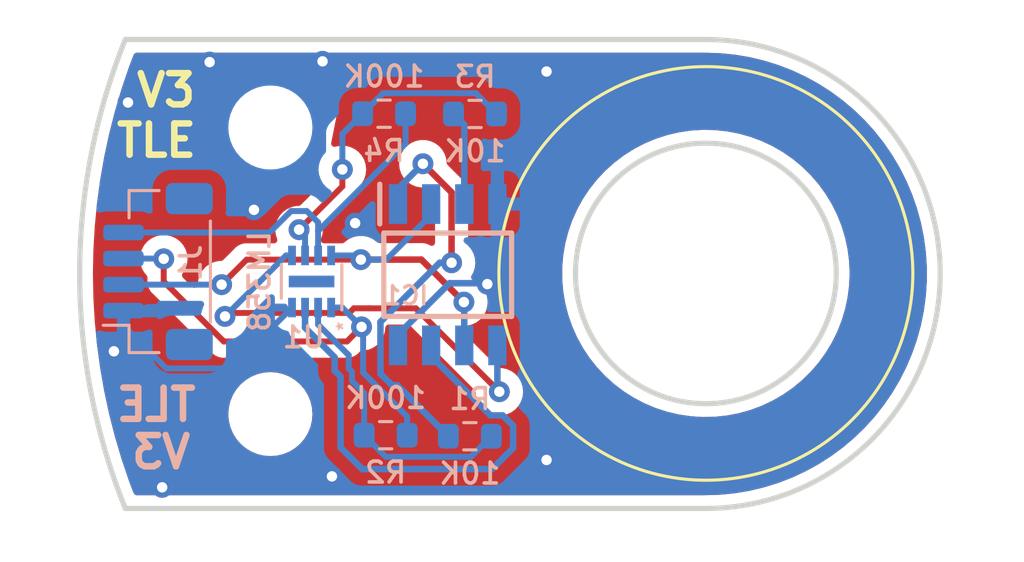
<source format=kicad_pcb>
(kicad_pcb (version 20211014) (generator pcbnew)
  (layers (0 "F.Cu" signal) (31 "B.Cu" signal) (34 "B.Paste" user) (35 "F.Paste" user) (36 "B.SilkS" user "B.Silkscreen") (37 "F.SilkS" user "F.Silkscreen") (38 "B.Mask" user) (39 "F.Mask" user) (44 "Edge.Cuts" user))
  (net 0 "")
  (net 1 "+3V3")
  (net 2 "GND")
  (net 3 "SourceSignal1")
  (net 4 "AnalogSignal1")
  (net 5 "SourceSignal2")
  (net 6 "AnalogSignal2")
  (net 7 "LM358_InM1")
  (net 8 "LM358_InM2")
  (net 9 "LM358_InP1")
  (net 10 "LM358_InP2")
  (footprint "MountingHole:MountingHole_2.2mm_M2" (layer "F.Cu") (at 96.5 84.5)
    (fp_text reference "H2")
    (fp_text value "MountingHole")
    (pad "" np_thru_hole circle locked (at 0 0) (size 2.2 2.2) (drill 2.2) (layers *.Cu *.Mask))
  )
  (footprint "MountingHole:MountingHole_2.2mm_M2" (layer "F.Cu") (at 96.5 73.5)
    (fp_text reference "H1")
    (fp_text value "MountingHole")
    (pad "" np_thru_hole circle locked (at 0 0) (size 2.2 2.2) (drill 2.2) (layers *.Cu *.Mask))
  )
  (footprint "Resistor_SMD:R_0603_1608Metric" (layer "B.Cu") (at 100.86 72.97)
    (fp_text reference "R4" (at 0 1.43) (layer "B.SilkS") (effects (font (size 0.8 0.8) (thickness 0.14)) (justify mirror)))
    (fp_text value "100K" (at 0 -1.43) (layer "B.SilkS") (effects (font (size 0.8 0.8) (thickness 0.14)) (justify mirror)))
    (fp_line (start -0.237258 -0.5225) (end 0.237258 -0.5225) (layer "B.SilkS") (width 0.12))
    (fp_line (start -0.237258 0.5225) (end 0.237258 0.5225) (layer "B.SilkS") (width 0.12))
    (pad "1" smd roundrect locked (at -0.825 0) (size 0.8 0.95) (layers "B.Cu" "B.Paste" "B.Mask") (net 8 "LM358_InM2"))
    (pad "2" smd roundrect locked (at 0.825 0) (size 0.8 0.95) (layers "B.Cu" "B.Paste" "B.Mask") (net 6 "AnalogSignal2"))
  )
  (footprint "Resistor_SMD:R_0603_1608Metric" (layer "B.Cu") (at 104.15 85.35 180)
    (fp_text reference "R1" (at 0 1.43) (layer "B.SilkS") (effects (font (size 0.8 0.8) (thickness 0.14)) (justify mirror)))
    (fp_text value "10K" (at 0 -1.43) (layer "B.SilkS") (effects (font (size 0.8 0.8) (thickness 0.14)) (justify mirror)))
    (fp_line (start -0.237258 0.5225) (end 0.237258 0.5225) (layer "B.SilkS") (width 0.12))
    (fp_line (start -0.237258 -0.5225) (end 0.237258 -0.5225) (layer "B.SilkS") (width 0.12))
    (pad "1" smd roundrect locked (at -0.825 0 180) (size 0.8 0.95) (layers "B.Cu" "B.Paste" "B.Mask") (net 7 "LM358_InM1"))
    (pad "2" smd roundrect locked (at 0.825 0 180) (size 0.8 0.95) (layers "B.Cu" "B.Paste" "B.Mask") (net 3 "SourceSignal1"))
  )
  (footprint "Resistor_SMD:R_0603_1608Metric" (layer "B.Cu") (at 104.348 72.98 180)
    (fp_text reference "R3" (at 0 1.43) (layer "B.SilkS") (effects (font (size 0.8 0.8) (thickness 0.14)) (justify mirror)))
    (fp_text value "10K" (at 0 -1.43) (layer "B.SilkS") (effects (font (size 0.8 0.8) (thickness 0.14)) (justify mirror)))
    (fp_line (start -0.237258 -0.5225) (end 0.237258 -0.5225) (layer "B.SilkS") (width 0.12))
    (fp_line (start -0.237258 0.5225) (end 0.237258 0.5225) (layer "B.SilkS") (width 0.12))
    (pad "1" smd roundrect locked (at -0.825 0 180) (size 0.8 0.95) (layers "B.Cu" "B.Paste" "B.Mask") (net 8 "LM358_InM2"))
    (pad "2" smd roundrect locked (at 0.825 0 180) (size 0.8 0.95) (layers "B.Cu" "B.Paste" "B.Mask") (net 5 "SourceSignal2"))
  )
  (footprint "UsefulModifications:DFN-8-LM358" (layer "B.Cu") (at 98.08 79.41 90)
    (fp_text reference "U1" (at -2.14 -0.3 180) (layer "B.SilkS") (effects (font (size 0.8 0.8) (thickness 0.14)) (justify mirror)))
    (fp_text value "LM358" (at 0 -2 90) (layer "B.SilkS") (effects (font (size 0.8 0.8) (thickness 0.14)) (justify mirror)))
    (fp_text user "*" (at -1.72 1.23 90) (layer "B.SilkS") (effects (font (size 0.5 0.5) (thickness 0.08)) (justify mirror)))
    (fp_line (start -1.09 1.16) (end 0.65 1.16) (layer "B.SilkS") (width 0.12))
    (fp_line (start -0.65 -1.16) (end 0.65 -1.16) (layer "B.SilkS") (width 0.12))
    (pad "1" smd rect locked (at -1 0.75 90) (size 0.75 0.3) (layers "B.Cu" "B.Paste" "B.Mask") (net 4 "AnalogSignal1"))
    (pad "2" smd rect locked (at -1 0.25 90) (size 0.75 0.3) (layers "B.Cu" "B.Paste" "B.Mask") (net 7 "LM358_InM1"))
    (pad "3" smd rect locked (at -1 -0.25 90) (size 0.75 0.3) (layers "B.Cu" "B.Paste" "B.Mask") (net 9 "LM358_InP1"))
    (pad "4" smd rect locked (at -1 -0.75 90) (size 0.75 0.3) (layers "B.Cu" "B.Paste" "B.Mask") (net 2 "GND"))
    (pad "5" smd rect locked (at 1 -0.75 90) (size 0.75 0.3) (layers "B.Cu" "B.Paste" "B.Mask") (net 10 "LM358_InP2"))
    (pad "6" smd rect locked (at 1 -0.25 90) (size 0.75 0.3) (layers "B.Cu" "B.Paste" "B.Mask") (net 8 "LM358_InM2"))
    (pad "7" smd rect locked (at 1 0.25 90) (size 0.75 0.3) (layers "B.Cu" "B.Paste" "B.Mask") (net 6 "AnalogSignal2"))
    (pad "8" smd rect locked (at 1 0.75 90) (size 0.75 0.3) (layers "B.Cu" "B.Paste" "B.Mask") (net 1 "+3V3"))
    (pad "9" smd rect locked (at 0 0 90) (size 0.45 1.75) (layers "B.Cu" "B.Mask"))
  )
  (footprint "Resistor_SMD:R_0603_1608Metric" (layer "B.Cu") (at 100.92 85.31)
    (fp_text reference "R2" (at 0 1.43) (layer "B.SilkS") (effects (font (size 0.8 0.8) (thickness 0.14)) (justify mirror)))
    (fp_text value "100K" (at 0 -1.43) (layer "B.SilkS") (effects (font (size 0.8 0.8) (thickness 0.14)) (justify mirror)))
    (fp_line (start -0.237258 0.5225) (end 0.237258 0.5225) (layer "B.SilkS") (width 0.12))
    (fp_line (start -0.237258 -0.5225) (end 0.237258 -0.5225) (layer "B.SilkS") (width 0.12))
    (pad "1" smd roundrect locked (at -0.825 0) (size 0.8 0.95) (layers "B.Cu" "B.Paste" "B.Mask") (net 7 "LM358_InM1"))
    (pad "2" smd roundrect locked (at 0.825 0) (size 0.8 0.95) (layers "B.Cu" "B.Paste" "B.Mask") (net 4 "AnalogSignal1"))
  )
  (footprint "UsefulModifications:SOIC127P600X175-8N" (layer "B.Cu") (at 103.3 79.15 -90)
    (fp_text reference "IC1" (at 0.8 1.6 180) (layer "B.SilkS") (effects (font (size 0.7 0.7) (thickness 0.13)) (justify mirror)))
    (fp_text value "TLE5501" hide)
    (fp_line (start 1.6 -2.45) (end -1.6 -2.45) (layer "B.SilkS") (width 0.2))
    (fp_line (start -1.6 -2.45) (end -1.6 2.45) (layer "B.SilkS") (width 0.2))
    (fp_line (start 1.6 2.45) (end 1.6 -2.45) (layer "B.SilkS") (width 0.2))
    (fp_line (start -3.475 2.605) (end -1.95 2.605) (layer "B.SilkS") (width 0.2))
    (fp_line (start -1.6 2.45) (end 1.6 2.45) (layer "B.SilkS") (width 0.2))
    (pad "1" smd rect locked (at -2.712 1.905 180) (size 0.7 1.525) (layers "B.Cu" "B.Paste" "B.Mask") (net 3 "SourceSignal1"))
    (pad "2" smd rect locked (at -2.712 0.635 180) (size 0.7 1.525) (layers "B.Cu" "B.Paste" "B.Mask") (net 1 "+3V3"))
    (pad "3" smd rect locked (at -2.712 -0.635 180) (size 0.7 1.525) (layers "B.Cu" "B.Paste" "B.Mask") (net 5 "SourceSignal2"))
    (pad "4" smd rect locked (at -2.712 -1.905 180) (size 0.7 1.525) (layers "B.Cu" "B.Paste" "B.Mask") (net 2 "GND"))
    (pad "5" smd rect locked (at 2.712 -1.905 180) (size 0.7 1.525) (layers "B.Cu" "B.Paste" "B.Mask") (net 10 "LM358_InP2"))
    (pad "6" smd rect locked (at 2.712 -0.635 180) (size 0.7 1.525) (layers "B.Cu" "B.Paste" "B.Mask") (net 1 "+3V3"))
    (pad "7" smd rect locked (at 2.712 0.635 180) (size 0.7 1.525) (layers "B.Cu" "B.Paste" "B.Mask") (net 9 "LM358_InP1"))
    (pad "8" smd rect locked (at 2.712 1.905 180) (size 0.7 1.525) (layers "B.Cu" "B.Paste" "B.Mask") (net 2 "GND"))
  )
  (footprint "Connector_JST:JST_SH_BM04B-SRSS-TB_1x04-1MP_P1.00mm_Vertical" (layer "B.Cu") (at 92.19 79.03 90)
    (fp_text reference "J1" (at 0.34 1.25 90) (layer "B.SilkS") (effects (font (size 0.8 0.8) (thickness 0.14)) (justify mirror)))
    (fp_text value "Conn_01x04_Male")
    (fp_line (start 3.11 0.04) (end 3.11 -1.11) (layer "B.SilkS") (width 0.12))
    (fp_line (start -1.94 2.01) (end 1.94 2.01) (layer "B.SilkS") (width 0.12))
    (fp_line (start -2.06 -1.11) (end -2.06 -2.1) (layer "B.SilkS") (width 0.12))
    (fp_line (start -3.11 -1.11) (end -2.06 -1.11) (layer "B.SilkS") (width 0.12))
    (fp_line (start -3.11 0.04) (end -3.11 -1.11) (layer "B.SilkS") (width 0.12))
    (fp_line (start 3.11 -1.11) (end 2.06 -1.11) (layer "B.SilkS") (width 0.12))
    (pad "1" smd roundrect locked (at -1.5 -1.325 90) (size 0.6 1.55) (layers "B.Cu" "B.Paste" "B.Mask") (net 2 "GND"))
    (pad "2" smd roundrect locked (at -0.5 -1.325 90) (size 0.6 1.55) (layers "B.Cu" "B.Paste" "B.Mask") (net 1 "+3V3"))
    (pad "3" smd roundrect locked (at 0.5 -1.325 90) (size 0.6 1.55) (layers "B.Cu" "B.Paste" "B.Mask") (net 4 "AnalogSignal1"))
    (pad "4" smd roundrect locked (at 1.5 -1.325 90) (size 0.6 1.55) (layers "B.Cu" "B.Paste" "B.Mask") (net 6 "AnalogSignal2"))
    (pad "MP" smd roundrect locked (at -2.8 1.2 90) (size 1.2 1.8) (layers "B.Cu" "B.Paste" "B.Mask") (roundrect_rratio 0.2083333333))
    (pad "MP" smd roundrect locked (at 2.8 1.2 90) (size 1.2 1.8) (layers "B.Cu" "B.Paste" "B.Mask") (roundrect_rratio 0.2083333333))
  )
  (gr_circle (center 113.2 79.099999) (end 121.1375 79.099999) (layer "F.SilkS") (width 0.12) (fill none))
  (gr_line (start 90.937405 70.121001) (end 113.186 70.121) (layer "Edge.Cuts") (width 0.2))
  (gr_arc (start 90.937406 88.121) (mid 89.186001 79.121001) (end 90.937405 70.121001) (layer "Edge.Cuts") (width 0.2))
  (gr_line (start 90.937405 88.121) (end 113.186 88.121) (layer "Edge.Cuts") (width 0.2))
  (gr_circle (center 113.2 79.099999) (end 118.199999 79.099999) (layer "Edge.Cuts") (width 0.2) (fill none))
  (gr_arc (start 113.186 70.121) (mid 122.186 79.121) (end 113.186 88.121) (layer "Edge.Cuts") (width 0.2))
  (gr_text "TLE" (at 92.12 84.14) (layer "B.SilkS") (effects (font (size 1.2 1.2) (thickness 0.25)) (justify mirror)))
  (gr_text "V3" (at 92.31 85.96) (layer "B.SilkS") (effects (font (size 1.2 1.2) (thickness 0.25)) (justify mirror)))
  (gr_text "V3" (at 92.5 72.07) (layer "F.SilkS") (effects (font (size 1.2 1.2) (thickness 0.25))))
  (gr_text "TLE" (at 92.13 74) (layer "F.SilkS") (effects (font (size 1.2 1.2) (thickness 0.25))))
  (segment (start 102.29 78.57) (end 99.97 78.57) (width 0.25) (layer "F.Cu") (net 1))
  (segment (start 94.63 79.53) (end 95.59 78.57) (width 0.2286) (layer "F.Cu") (net 1))
  (segment (start 103.92 80.2) (end 102.29 78.57) (width 0.25) (layer "F.Cu") (net 1))
  (segment (start 95.59 78.57) (end 99.97 78.57) (width 0.2286) (layer "F.Cu") (net 1))
  (via (at 99.97 78.57) (size 0.8) (drill 0.4) (layers "F.Cu" "B.Cu") (net 1))
  (via (at 94.63 79.53) (size 0.8) (drill 0.4) (layers "F.Cu" "B.Cu") (net 1))
  (via (at 103.92 80.2) (size 0.8) (drill 0.4) (layers "F.Cu" "B.Cu") (net 1))
  (segment (start 102.665 76.8505) (end 102.665 76.438) (width 0.2286) (layer "B.Cu") (net 1))
  (segment (start 99.97 78.57) (end 100.9455 78.57) (width 0.2286) (layer "B.Cu") (net 1))
  (segment (start 100.9455 78.57) (end 102.665 76.8505) (width 0.2286) (layer "B.Cu") (net 1))
  (segment (start 99.81 78.41) (end 99.97 78.57) (width 0.2286) (layer "B.Cu") (net 1))
  (segment (start 103.935 81.862) (end 103.935 80.215) (width 0.25) (layer "B.Cu") (net 1))
  (segment (start 90.865 79.53) (end 94.63 79.53) (width 0.2286) (layer "B.Cu") (net 1))
  (segment (start 98.83 78.41) (end 99.81 78.41) (width 0.2286) (layer "B.Cu") (net 1))
  (segment (start 103.935 80.215) (end 103.92 80.2) (width 0.25) (layer "B.Cu") (net 1))
  (via (at 94.17 70.99) (size 0.8) (drill 0.4) (layers "F.Cu" "B.Cu") (net 2))
  (via (at 98.5 70.96) (size 0.8) (drill 0.4) (layers "F.Cu" "B.Cu") (net 2))
  (via (at 92.35 87.31) (size 0.8) (drill 0.4) (layers "F.Cu" "B.Cu") (net 2))
  (via (at 99.75 77.17) (size 0.8) (drill 0.4) (layers "F.Cu" "B.Cu") (net 2))
  (via (at 107.09 86.26) (size 0.8) (drill 0.4) (layers "F.Cu" "B.Cu") (net 2))
  (via (at 95.87 76.66) (size 0.8) (drill 0.4) (layers "F.Cu" "B.Cu") (net 2))
  (via (at 98.86 86.89) (size 0.8) (drill 0.4) (layers "F.Cu" "B.Cu") (net 2))
  (via (at 107.09 71.35) (size 0.8) (drill 0.4) (layers "F.Cu" "B.Cu") (net 2))
  (via (at 90.5 82.09) (size 0.8) (drill 0.4) (layers "F.Cu" "B.Cu") (net 2))
  (via (at 104.82 79.51) (size 0.8) (drill 0.4) (layers "F.Cu" "B.Cu") (net 2))
  (via (at 91.04 72.54) (size 0.8) (drill 0.4) (layers "F.Cu" "B.Cu") (net 2))
  (segment (start 104.82 79.51) (end 105.205 79.125) (width 0.25) (layer "B.Cu") (net 2))
  (segment (start 94.99618 82.74382) (end 92.506459 82.74382) (width 0.2286) (layer "B.Cu") (net 2))
  (segment (start 103.369001 79.475499) (end 104.785499 79.475499) (width 0.25) (layer "B.Cu") (net 2))
  (segment (start 105.205 79.125) (end 105.205 76.438) (width 0.25) (layer "B.Cu") (net 2))
  (segment (start 92.506459 82.74382) (end 90.865 81.102361) (width 0.2286) (layer "B.Cu") (net 2))
  (segment (start 104.785499 79.475499) (end 104.82 79.51) (width 0.25) (layer "B.Cu") (net 2))
  (segment (start 97.33 80.41) (end 94.99618 82.74382) (width 0.2286) (layer "B.Cu") (net 2))
  (segment (start 90.865 81.102361) (end 90.865 80.53) (width 0.2286) (layer "B.Cu") (net 2))
  (segment (start 101.395 81.4495) (end 103.369001 79.475499) (width 0.25) (layer "B.Cu") (net 2))
  (segment (start 101.395 81.862) (end 101.395 81.4495) (width 0.25) (layer "B.Cu") (net 2))
  (segment (start 103.448546 78.690999) (end 103.448546 75.988546) (width 0.25) (layer "F.Cu") (net 3))
  (segment (start 103.448546 75.988546) (end 102.35 74.89) (width 0.25) (layer "F.Cu") (net 3))
  (via (at 103.448546 78.690999) (size 0.8) (drill 0.4) (layers "F.Cu" "B.Cu") (net 3))
  (via (at 102.35 74.89) (size 0.8) (drill 0.4) (layers "F.Cu" "B.Cu") (net 3))
  (segment (start 101.375 83.395) (end 101.166478 83.395) (width 0.25) (layer "B.Cu") (net 3))
  (segment (start 101.395 76.438) (end 101.395 75.845) (width 0.25) (layer "B.Cu") (net 3))
  (segment (start 103.325 85.35) (end 101.375 83.4) (width 0.25) (layer "B.Cu") (net 3))
  (segment (start 101.375 83.4) (end 101.375 83.395) (width 0.25) (layer "B.Cu") (net 3))
  (segment (start 101.395 75.845) (end 102.35 74.89) (width 0.25) (layer "B.Cu") (net 3))
  (segment (start 100.720489 82.949011) (end 100.720489 80.959511) (width 0.25) (layer "B.Cu") (net 3))
  (segment (start 102.989001 78.690999) (end 103.448546 78.690999) (width 0.25) (layer "B.Cu") (net 3))
  (segment (start 100.720489 80.959511) (end 102.989001 78.690999) (width 0.25) (layer "B.Cu") (net 3))
  (segment (start 101.166478 83.395) (end 100.720489 82.949011) (width 0.25) (layer "B.Cu") (net 3))
  (segment (start 99.437412 81.711002) (end 99.995989 81.152425) (width 0.2286) (layer "F.Cu") (net 4))
  (segment (start 92.41 79.409468) (end 94.711534 81.711002) (width 0.2286) (layer "F.Cu") (net 4))
  (segment (start 94.711534 81.711002) (end 99.437412 81.711002) (width 0.2286) (layer "F.Cu") (net 4))
  (segment (start 92.41 78.54) (end 92.41 79.409468) (width 0.2286) (layer "F.Cu") (net 4))
  (via (at 99.995989 81.152425) (size 0.8) (drill 0.4) (layers "F.Cu" "B.Cu") (net 4))
  (via (at 92.41 78.54) (size 0.8) (drill 0.4) (layers "F.Cu" "B.Cu") (net 4))
  (segment (start 100.056921 81.213357) (end 99.995989 81.152425) (width 0.2286) (layer "B.Cu") (net 4))
  (segment (start 100.056921 82.906015) (end 100.056921 81.213357) (width 0.2286) (layer "B.Cu") (net 4))
  (segment (start 90.865 78.53) (end 92.4 78.53) (width 0.2286) (layer "B.Cu") (net 4))
  (segment (start 98.83 80.41) (end 99.253564 80.41) (width 0.2286) (layer "B.Cu") (net 4))
  (segment (start 99.253564 80.41) (end 99.995989 81.152425) (width 0.2286) (layer "B.Cu") (net 4))
  (segment (start 101.745 85.31) (end 101.745 84.594094) (width 0.2286) (layer "B.Cu") (net 4))
  (segment (start 92.4 78.53) (end 92.41 78.54) (width 0.2286) (layer "B.Cu") (net 4))
  (segment (start 101.745 84.594094) (end 100.056921 82.906015) (width 0.2286) (layer "B.Cu") (net 4))
  (segment (start 103.935 73.392) (end 103.935 76.438) (width 0.25) (layer "B.Cu") (net 5))
  (segment (start 103.523 72.98) (end 103.935 73.392) (width 0.25) (layer "B.Cu") (net 5))
  (segment (start 101.685 72.97) (end 101.685 74.115) (width 0.2286) (layer "B.Cu") (net 6))
  (segment (start 97.895667 76.706199) (end 98.33 77.140532) (width 0.2286) (layer "B.Cu") (net 6))
  (segment (start 90.865 77.53) (end 96.470532 77.53) (width 0.2286) (layer "B.Cu") (net 6))
  (segment (start 98.33 77.47) (end 98.33 78.41) (width 0.2286) (layer "B.Cu") (net 6))
  (segment (start 97.294333 76.706199) (end 97.895667 76.706199) (width 0.2286) (layer "B.Cu") (net 6))
  (segment (start 98.33 77.140532) (end 98.33 77.47) (width 0.2286) (layer "B.Cu") (net 6))
  (segment (start 96.470532 77.53) (end 97.294333 76.706199) (width 0.2286) (layer "B.Cu") (net 6))
  (segment (start 101.685 74.115) (end 98.33 77.47) (width 0.2286) (layer "B.Cu") (net 6))
  (segment (start 98.33 81.062622) (end 99.503079 82.235701) (width 0.2286) (layer "B.Cu") (net 7))
  (segment (start 99.62881 82.878238) (end 99.62881 83.224822) (width 0.2286) (layer "B.Cu") (net 7))
  (segment (start 99.503079 82.235701) (end 99.503079 82.752507) (width 0.2286) (layer "B.Cu") (net 7))
  (segment (start 104.18618 86.13882) (end 104.975 85.35) (width 0.2286) (layer "B.Cu") (net 7))
  (segment (start 98.33 80.41) (end 98.33 81.062622) (width 0.2286) (layer "B.Cu") (net 7))
  (segment (start 99.503079 82.752507) (end 99.62881 82.878238) (width 0.2286) (layer "B.Cu") (net 7))
  (segment (start 100.095 83.691012) (end 100.095 85.31) (width 0.2286) (layer "B.Cu") (net 7))
  (segment (start 100.095 85.31) (end 100.92382 86.13882) (width 0.2286) (layer "B.Cu") (net 7))
  (segment (start 100.92382 86.13882) (end 104.18618 86.13882) (width 0.2286) (layer "B.Cu") (net 7))
  (segment (start 99.62881 83.224822) (end 100.095 83.691012) (width 0.2286) (layer "B.Cu") (net 7))
  (segment (start 97.6 77.42) (end 99.26 75.76) (width 0.2286) (layer "F.Cu") (net 8))
  (segment (start 99.26 75.76) (end 99.26 75.11) (width 0.2286) (layer "F.Cu") (net 8))
  (via (at 99.26 75.11) (size 0.8) (drill 0.4) (layers "F.Cu" "B.Cu") (net 8))
  (via (at 97.6 77.42) (size 0.8) (drill 0.4) (layers "F.Cu" "B.Cu") (net 8))
  (segment (start 104.37418 72.18118) (end 105.173 72.98) (width 0.2286) (layer "B.Cu") (net 8))
  (segment (start 97.83 78.41) (end 97.83 77.65) (width 0.2286) (layer "B.Cu") (net 8))
  (segment (start 99.26 73.745) (end 100.035 72.97) (width 0.2286) (layer "B.Cu") (net 8))
  (segment (start 97.83 77.65) (end 97.6 77.42) (width 0.2286) (layer "B.Cu") (net 8))
  (segment (start 100.82382 72.18118) (end 104.37418 72.18118) (width 0.2286) (layer "B.Cu") (net 8))
  (segment (start 100.035 72.97) (end 100.82382 72.18118) (width 0.2286) (layer "B.Cu") (net 8))
  (segment (start 99.26 75.11) (end 99.26 73.745) (width 0.2286) (layer "B.Cu") (net 8))
  (segment (start 105.81 84.95) (end 105.81 85.8) (width 0.25) (layer "B.Cu") (net 9))
  (segment (start 98.964267 82.317461) (end 98.964267 82.834267) (width 0.25) (layer "B.Cu") (net 9))
  (segment (start 102.665 81.862) (end 102.665 82.2745) (width 0.25) (layer "B.Cu") (net 9))
  (segment (start 104.94098 84.55048) (end 105.41048 84.55048) (width 0.25) (layer "B.Cu") (net 9))
  (segment (start 99.19 85.78) (end 100.02 86.61) (width 0.25) (layer "B.Cu") (net 9))
  (segment (start 105.81 85.8) (end 105 86.61) (width 0.25) (layer "B.Cu") (net 9))
  (segment (start 105.41048 84.55048) (end 105.81 84.95) (width 0.25) (layer "B.Cu") (net 9))
  (segment (start 97.83 81.183194) (end 97.83 80.41) (width 0.25) (layer "B.Cu") (net 9))
  (segment (start 102.665 82.2745) (end 104.94098 84.55048) (width 0.25) (layer "B.Cu") (net 9))
  (segment (start 98.964267 82.317461) (end 97.83 81.183194) (width 0.25) (layer "B.Cu") (net 9))
  (segment (start 99.19 83.06) (end 99.19 85.78) (width 0.25) (layer "B.Cu") (net 9))
  (segment (start 98.964267 82.834267) (end 99.19 83.06) (width 0.25) (layer "B.Cu") (net 9))
  (segment (start 105 86.61) (end 100.02 86.61) (width 0.25) (layer "B.Cu") (net 9))
  (segment (start 99.523285 80.61727) (end 94.89273 80.61727) (width 0.2286) (layer "F.Cu") (net 10))
  (segment (start 100.29453 80.439889) (end 100.293265 80.438624) (width 0.2286) (layer "F.Cu") (net 10))
  (segment (start 100.293265 80.438624) (end 99.701931 80.438624) (width 0.2286) (layer "F.Cu") (net 10))
  (segment (start 99.701931 80.438624) (end 99.523285 80.61727) (width 0.2286) (layer "F.Cu") (net 10))
  (segment (start 105.28 83.64) (end 102.079889 80.439889) (width 0.2286) (layer "F.Cu") (net 10))
  (segment (start 94.89273 80.61727) (end 94.76 80.75) (width 0.2286) (layer "F.Cu") (net 10))
  (segment (start 102.079889 80.439889) (end 100.29453 80.439889) (width 0.2286) (layer "F.Cu") (net 10))
  (via (at 105.28 83.64) (size 0.8) (drill 0.4) (layers "F.Cu" "B.Cu") (net 10))
  (via (at 94.76 80.75) (size 0.8) (drill 0.4) (layers "F.Cu" "B.Cu") (net 10))
  (segment (start 105.205 83.565) (end 105.28 83.64) (width 0.25) (layer "B.Cu") (net 10))
  (segment (start 105.205 81.862) (end 105.205 83.565) (width 0.25) (layer "B.Cu") (net 10))
  (segment (start 94.76 80.75) (end 97.1 78.41) (width 0.2286) (layer "B.Cu") (net 10))
  (segment (start 97.1 78.41) (end 97.33 78.41) (width 0.2286) (layer "B.Cu") (net 10))
  (zone (net 2) (net_name "GND") (layer "F.Cu") (connect_pads (clearance 0.508)) (min_thickness 0.254) (fill yes (thermal_gap 0.508) (thermal_bridge_width 0.508))
    (polygon (pts (xy 125.3998 68.6054) (xy 125.3998 89.9414) (xy 86.419944 89.989991) (xy 86.42 90) (xy 86.41 89.99) (xy 86.419944 89.989991) (xy 86.1314 68.9356)))
  )
  (zone (net 0) (net_name "") (layer "F.Cu") (connect_pads (clearance 0)) (min_thickness 0.254)
    (keepout (tracks not_allowed) (vias not_allowed) (pads allowed) (copperpour not_allowed) (footprints allowed))
    (fill (thermal_gap 0.508) (thermal_bridge_width 0.508))
    (polygon (pts (xy 98.278 71.776) (xy 99.04 73.046) (xy 98.786 74.316) (xy 98.024 75.586) (xy 95.992 76.094) (xy 95.23 75.586) (xy 94.214 74.824) (xy 93.96 73.3) (xy 94.468 72.03) (xy 95.992 71.014) (xy 97.262 71.014)))
  )
  (zone (net 2) (net_name "GND") (layer "B.Cu") (connect_pads (clearance 0.508)) (min_thickness 0.254) (fill yes (thermal_gap 0.508) (thermal_bridge_width 0.508))
    (polygon (pts (xy 125.2474 90.17) (xy 86.47 89.86) (xy 86.487 68.7578) (xy 124.8664 69.1388)))
    (polygon (pts (xy 86.310082 70.34) (xy 86.31 70.34) (xy 86.31 70.33)))
  )
)
</source>
